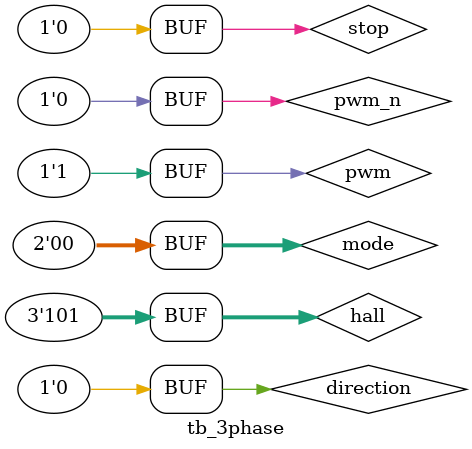
<source format=v>
`timescale 1 ns / 1 ps

module tb_3phase;

reg [1:0] mode; //0-6x, 1-3x, 2-1x
reg stop;
reg direction;
reg [2:0] hall;
reg pwm;
wire pwm_n;
wire [5:0] phase;

servo_3phase_pwm inst
 (
    mode,
    stop,
    direction,

    hall, // a, b, c
    pwm,
    pwm_n,

    // ha, la, hb, lb, hc, lc
    phase
);

assign pwm_n = ~pwm;

initial begin
    mode = 0;
    pwm = 1;
    stop = 1;
    direction = 0;
    hall = 0;

    #10
    hall = 3'b001;

    #10
    stop = 0;

    
    #10 hall = 3'b001;
    #10 hall = 3'b011;
    #10 hall = 3'b010;
    #10 hall = 3'b110;
    #10 hall = 3'b100;
    #10 hall = 3'b101;
    





end
    
endmodule
</source>
